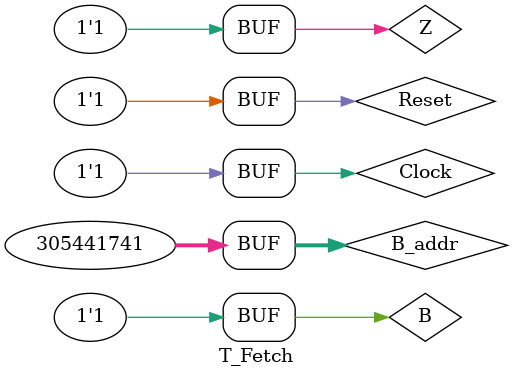
<source format=v>
`timescale 1ns / 1ps


module T_Fetch;

	// Inputs
	reg B;
	reg Z;
	reg Reset;
	reg Clock;
	reg [31:0] B_addr;

	// Outputs
	wire [31:0] addr;

	// Instantiate the Unit Under Test (UUT)
	Fetch uut (
		.B(B), 
		.Z(Z), 
		.Reset(Reset), 
		.Clock(Clock), 
		.B_addr(B_addr), 
		.addr(addr)
	);

	initial begin
		// Initialize Inputs
		B = 0;
		Z = 0;
		Reset = 0;
		Clock = 0;
		B_addr = 0;

		// Wait 100 ns for global reset to finish
		#100;
		Reset = 1;
		Clock = ~Clock;
		#100;
		Clock = ~Clock;
		#100;
		Clock = ~Clock;
		#100;
		Clock = ~Clock;
		
		#100;
		Clock = ~Clock;
      B = 1;
		Z = 1;
	   
		#100;
			
      B_addr = 32'h1234abcd;
      Clock = ~Clock;		
		#100;
		Clock = ~Clock;	
		// Add stimulus here

	end
      
endmodule


</source>
